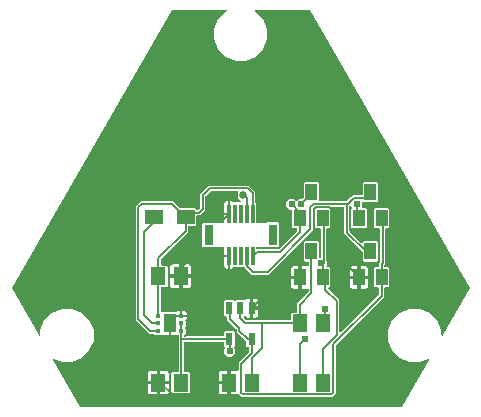
<source format=gbl>
G04 EAGLE Gerber RS-274X export*
G75*
%MOMM*%
%FSLAX34Y34*%
%LPD*%
%INBottom Copper*%
%IPPOS*%
%AMOC8*
5,1,8,0,0,1.08239X$1,22.5*%
G01*
%ADD10R,1.300000X1.500000*%
%ADD11R,1.000000X1.400000*%
%ADD12R,0.600000X1.100000*%
%ADD13R,0.300000X1.600000*%
%ADD14R,0.800000X1.800000*%
%ADD15R,1.500000X1.200000*%
%ADD16R,0.450000X0.300000*%
%ADD17R,1.000000X1.600000*%
%ADD18C,0.152400*%
%ADD19C,0.609600*%
%ADD20C,0.654800*%

G36*
X336067Y9250D02*
X336067Y9250D01*
X336134Y9251D01*
X336187Y9269D01*
X336243Y9279D01*
X336302Y9310D01*
X336366Y9333D01*
X336411Y9367D01*
X336460Y9394D01*
X336507Y9443D01*
X336560Y9484D01*
X336607Y9548D01*
X336630Y9572D01*
X336638Y9591D01*
X336659Y9619D01*
X359419Y49044D01*
X359462Y49157D01*
X359505Y49270D01*
X359505Y49272D01*
X359506Y49274D01*
X359510Y49393D01*
X359515Y49515D01*
X359515Y49517D01*
X359515Y49519D01*
X359480Y49636D01*
X359447Y49752D01*
X359446Y49753D01*
X359445Y49755D01*
X359375Y49855D01*
X359307Y49954D01*
X359305Y49955D01*
X359304Y49957D01*
X359206Y50029D01*
X359109Y50100D01*
X359107Y50101D01*
X359105Y50102D01*
X358990Y50139D01*
X358875Y50177D01*
X358873Y50177D01*
X358871Y50177D01*
X358750Y50175D01*
X358629Y50174D01*
X358627Y50174D01*
X358625Y50173D01*
X358618Y50171D01*
X358468Y50127D01*
X352027Y47459D01*
X343059Y47459D01*
X334775Y50891D01*
X328434Y57232D01*
X325002Y65516D01*
X325002Y74484D01*
X328434Y82768D01*
X334775Y89109D01*
X343059Y92541D01*
X352027Y92541D01*
X360311Y89109D01*
X366652Y82768D01*
X370084Y74484D01*
X370084Y70359D01*
X370091Y70311D01*
X370090Y70263D01*
X370111Y70190D01*
X370123Y70116D01*
X370146Y70073D01*
X370160Y70027D01*
X370203Y69965D01*
X370239Y69898D01*
X370273Y69865D01*
X370301Y69826D01*
X370362Y69781D01*
X370417Y69729D01*
X370460Y69709D01*
X370499Y69680D01*
X370571Y69657D01*
X370640Y69625D01*
X370688Y69620D01*
X370733Y69605D01*
X370809Y69607D01*
X370884Y69598D01*
X370931Y69608D01*
X370979Y69609D01*
X371051Y69634D01*
X371125Y69651D01*
X371166Y69675D01*
X371211Y69691D01*
X371271Y69738D01*
X371336Y69777D01*
X371367Y69813D01*
X371405Y69843D01*
X371481Y69946D01*
X371496Y69964D01*
X371498Y69970D01*
X371504Y69978D01*
X394389Y109619D01*
X394413Y109683D01*
X394446Y109742D01*
X394456Y109797D01*
X394476Y109850D01*
X394479Y109917D01*
X394491Y109983D01*
X394483Y110039D01*
X394485Y110095D01*
X394466Y110160D01*
X394457Y110227D01*
X394425Y110300D01*
X394415Y110331D01*
X394403Y110348D01*
X394389Y110381D01*
X258719Y345381D01*
X258676Y345433D01*
X258642Y345491D01*
X258599Y345527D01*
X258564Y345571D01*
X258506Y345607D01*
X258455Y345651D01*
X258403Y345672D01*
X258355Y345702D01*
X258290Y345717D01*
X258227Y345743D01*
X258148Y345752D01*
X258116Y345759D01*
X258095Y345757D01*
X258060Y345761D01*
X212925Y345761D01*
X212829Y345746D01*
X212732Y345736D01*
X212708Y345726D01*
X212682Y345722D01*
X212596Y345676D01*
X212507Y345636D01*
X212488Y345619D01*
X212465Y345606D01*
X212398Y345536D01*
X212326Y345470D01*
X212313Y345447D01*
X212295Y345428D01*
X212254Y345340D01*
X212207Y345254D01*
X212203Y345229D01*
X212192Y345205D01*
X212181Y345108D01*
X212164Y345012D01*
X212167Y344986D01*
X212165Y344961D01*
X212185Y344865D01*
X212199Y344769D01*
X212211Y344746D01*
X212217Y344720D01*
X212267Y344637D01*
X212311Y344550D01*
X212330Y344531D01*
X212343Y344509D01*
X212417Y344446D01*
X212486Y344378D01*
X212515Y344362D01*
X212530Y344349D01*
X212561Y344337D01*
X212633Y344297D01*
X213086Y344109D01*
X219427Y337768D01*
X222859Y329484D01*
X222859Y320516D01*
X219427Y312232D01*
X213086Y305891D01*
X204802Y302459D01*
X195834Y302459D01*
X187550Y305891D01*
X181209Y312232D01*
X177777Y320516D01*
X177777Y329484D01*
X181209Y337768D01*
X187550Y344109D01*
X188003Y344297D01*
X188086Y344348D01*
X188171Y344394D01*
X188189Y344412D01*
X188212Y344426D01*
X188274Y344502D01*
X188341Y344572D01*
X188352Y344596D01*
X188368Y344616D01*
X188403Y344707D01*
X188444Y344795D01*
X188447Y344821D01*
X188457Y344845D01*
X188461Y344943D01*
X188471Y345039D01*
X188466Y345065D01*
X188467Y345091D01*
X188440Y345185D01*
X188419Y345280D01*
X188406Y345302D01*
X188399Y345327D01*
X188343Y345407D01*
X188293Y345491D01*
X188273Y345508D01*
X188258Y345529D01*
X188180Y345588D01*
X188106Y345651D01*
X188082Y345661D01*
X188061Y345676D01*
X187968Y345706D01*
X187878Y345743D01*
X187846Y345746D01*
X187827Y345752D01*
X187794Y345752D01*
X187711Y345761D01*
X142580Y345761D01*
X142513Y345750D01*
X142446Y345749D01*
X142393Y345731D01*
X142337Y345722D01*
X142278Y345690D01*
X142214Y345667D01*
X142169Y345633D01*
X142120Y345606D01*
X142073Y345557D01*
X142020Y345516D01*
X141973Y345452D01*
X141951Y345428D01*
X141942Y345409D01*
X141921Y345381D01*
X6251Y110381D01*
X6227Y110317D01*
X6194Y110258D01*
X6184Y110203D01*
X6164Y110151D01*
X6161Y110083D01*
X6149Y110017D01*
X6157Y109961D01*
X6155Y109905D01*
X6174Y109840D01*
X6183Y109773D01*
X6215Y109700D01*
X6225Y109669D01*
X6237Y109652D01*
X6251Y109619D01*
X29133Y69990D01*
X29163Y69953D01*
X29186Y69910D01*
X29240Y69858D01*
X29289Y69800D01*
X29329Y69774D01*
X29364Y69741D01*
X29433Y69709D01*
X29497Y69669D01*
X29544Y69658D01*
X29587Y69637D01*
X29662Y69629D01*
X29736Y69611D01*
X29784Y69616D01*
X29831Y69610D01*
X29906Y69626D01*
X29981Y69633D01*
X30025Y69652D01*
X30072Y69663D01*
X30137Y69702D01*
X30206Y69732D01*
X30242Y69764D01*
X30283Y69789D01*
X30332Y69846D01*
X30388Y69897D01*
X30412Y69939D01*
X30443Y69976D01*
X30471Y70046D01*
X30508Y70112D01*
X30517Y70159D01*
X30535Y70204D01*
X30549Y70332D01*
X30553Y70354D01*
X30552Y70361D01*
X30553Y70371D01*
X30553Y74484D01*
X33985Y82768D01*
X40326Y89109D01*
X48610Y92541D01*
X57578Y92541D01*
X65862Y89109D01*
X72203Y82768D01*
X75635Y74484D01*
X75635Y65516D01*
X72203Y57232D01*
X65862Y50891D01*
X57578Y47459D01*
X48610Y47459D01*
X42181Y50123D01*
X42062Y50150D01*
X41945Y50178D01*
X41943Y50178D01*
X41941Y50179D01*
X41822Y50167D01*
X41700Y50157D01*
X41698Y50156D01*
X41696Y50156D01*
X41587Y50107D01*
X41475Y50058D01*
X41473Y50056D01*
X41472Y50056D01*
X41382Y49973D01*
X41293Y49892D01*
X41292Y49891D01*
X41290Y49889D01*
X41231Y49780D01*
X41173Y49678D01*
X41173Y49676D01*
X41172Y49674D01*
X41150Y49552D01*
X41128Y49436D01*
X41129Y49434D01*
X41128Y49432D01*
X41146Y49309D01*
X41163Y49192D01*
X41164Y49190D01*
X41164Y49188D01*
X41168Y49181D01*
X41230Y49039D01*
X63991Y9619D01*
X64034Y9567D01*
X64068Y9509D01*
X64111Y9473D01*
X64147Y9429D01*
X64204Y9393D01*
X64255Y9349D01*
X64307Y9328D01*
X64355Y9298D01*
X64421Y9283D01*
X64483Y9257D01*
X64562Y9248D01*
X64594Y9241D01*
X64615Y9243D01*
X64650Y9239D01*
X336000Y9239D01*
X336067Y9250D01*
G37*
%LPC*%
G36*
X142368Y20975D02*
X142368Y20975D01*
X141475Y21868D01*
X141475Y38132D01*
X142368Y39025D01*
X146952Y39025D01*
X146972Y39028D01*
X146991Y39026D01*
X147093Y39048D01*
X147195Y39064D01*
X147212Y39074D01*
X147232Y39078D01*
X147321Y39131D01*
X147412Y39180D01*
X147426Y39194D01*
X147443Y39204D01*
X147510Y39283D01*
X147582Y39358D01*
X147590Y39376D01*
X147603Y39391D01*
X147642Y39487D01*
X147685Y39581D01*
X147687Y39601D01*
X147695Y39619D01*
X147713Y39786D01*
X147713Y69714D01*
X147710Y69734D01*
X147712Y69753D01*
X147690Y69855D01*
X147674Y69957D01*
X147664Y69974D01*
X147660Y69994D01*
X147607Y70083D01*
X147558Y70174D01*
X147544Y70188D01*
X147534Y70205D01*
X147455Y70272D01*
X147380Y70344D01*
X147362Y70352D01*
X147347Y70365D01*
X147251Y70404D01*
X147157Y70447D01*
X147137Y70449D01*
X147119Y70457D01*
X146952Y70475D01*
X146868Y70475D01*
X146788Y70555D01*
X146772Y70567D01*
X146760Y70583D01*
X146673Y70639D01*
X146589Y70699D01*
X146570Y70705D01*
X146553Y70716D01*
X146452Y70741D01*
X146354Y70771D01*
X146334Y70771D01*
X146314Y70776D01*
X146211Y70768D01*
X146108Y70765D01*
X146089Y70758D01*
X146069Y70757D01*
X145974Y70716D01*
X145877Y70681D01*
X145861Y70668D01*
X145843Y70660D01*
X145712Y70555D01*
X145632Y70475D01*
X134368Y70475D01*
X134288Y70555D01*
X134272Y70567D01*
X134260Y70583D01*
X134172Y70639D01*
X134089Y70699D01*
X134070Y70705D01*
X134053Y70716D01*
X133952Y70741D01*
X133853Y70771D01*
X133833Y70771D01*
X133814Y70776D01*
X133711Y70768D01*
X133608Y70765D01*
X133589Y70758D01*
X133569Y70757D01*
X133474Y70716D01*
X133377Y70681D01*
X133361Y70668D01*
X133343Y70660D01*
X133212Y70555D01*
X133132Y70475D01*
X127368Y70475D01*
X126853Y70990D01*
X126779Y71043D01*
X126710Y71103D01*
X126680Y71115D01*
X126654Y71134D01*
X126567Y71161D01*
X126482Y71195D01*
X126441Y71199D01*
X126419Y71206D01*
X126386Y71205D01*
X126315Y71213D01*
X122553Y71213D01*
X111213Y82553D01*
X111213Y179447D01*
X113990Y182224D01*
X115553Y183787D01*
X142947Y183787D01*
X148986Y177748D01*
X149060Y177695D01*
X149130Y177635D01*
X149160Y177623D01*
X149186Y177604D01*
X149273Y177577D01*
X149358Y177543D01*
X149399Y177539D01*
X149421Y177532D01*
X149453Y177533D01*
X149525Y177525D01*
X161632Y177525D01*
X162555Y176602D01*
X162564Y176541D01*
X162574Y176524D01*
X162578Y176504D01*
X162631Y176415D01*
X162680Y176324D01*
X162694Y176310D01*
X162704Y176293D01*
X162783Y176226D01*
X162858Y176154D01*
X162876Y176146D01*
X162891Y176133D01*
X162987Y176094D01*
X163081Y176051D01*
X163101Y176049D01*
X163119Y176041D01*
X163286Y176023D01*
X163330Y176023D01*
X163420Y176037D01*
X163511Y176045D01*
X163540Y176057D01*
X163572Y176062D01*
X163653Y176105D01*
X163737Y176141D01*
X163769Y176167D01*
X163790Y176178D01*
X163812Y176201D01*
X163868Y176246D01*
X165490Y177868D01*
X165543Y177942D01*
X165603Y178012D01*
X165615Y178042D01*
X165634Y178068D01*
X165661Y178155D01*
X165695Y178240D01*
X165699Y178281D01*
X165706Y178303D01*
X165705Y178335D01*
X165713Y178407D01*
X165713Y189447D01*
X173053Y196787D01*
X206947Y196787D01*
X212607Y191127D01*
X212607Y182685D01*
X212621Y182595D01*
X212629Y182504D01*
X212641Y182474D01*
X212646Y182442D01*
X212689Y182361D01*
X212725Y182278D01*
X212751Y182245D01*
X212762Y182225D01*
X212785Y182203D01*
X212830Y182147D01*
X213345Y181632D01*
X213345Y165762D01*
X213348Y165742D01*
X213346Y165723D01*
X213368Y165621D01*
X213384Y165519D01*
X213394Y165502D01*
X213398Y165482D01*
X213451Y165393D01*
X213500Y165302D01*
X213514Y165288D01*
X213524Y165271D01*
X213603Y165204D01*
X213678Y165132D01*
X213696Y165124D01*
X213711Y165111D01*
X213807Y165072D01*
X213901Y165029D01*
X213921Y165027D01*
X213939Y165019D01*
X214106Y165001D01*
X221849Y165001D01*
X221939Y165015D01*
X222030Y165023D01*
X222060Y165035D01*
X222092Y165040D01*
X222172Y165083D01*
X222256Y165119D01*
X222289Y165145D01*
X222309Y165156D01*
X222331Y165179D01*
X222387Y165224D01*
X222688Y165525D01*
X231952Y165525D01*
X232845Y164632D01*
X232845Y145368D01*
X231952Y144475D01*
X222688Y144475D01*
X222387Y144776D01*
X222313Y144830D01*
X222244Y144889D01*
X222214Y144901D01*
X222188Y144920D01*
X222101Y144947D01*
X222016Y144981D01*
X221975Y144985D01*
X221953Y144992D01*
X221920Y144991D01*
X221849Y144999D01*
X214106Y144999D01*
X214086Y144996D01*
X214067Y144998D01*
X213965Y144976D01*
X213863Y144960D01*
X213846Y144950D01*
X213826Y144946D01*
X213737Y144893D01*
X213646Y144844D01*
X213632Y144830D01*
X213615Y144820D01*
X213548Y144741D01*
X213476Y144666D01*
X213468Y144648D01*
X213455Y144633D01*
X213416Y144537D01*
X213373Y144443D01*
X213371Y144423D01*
X213363Y144405D01*
X213345Y144238D01*
X213345Y143548D01*
X213348Y143528D01*
X213346Y143509D01*
X213368Y143407D01*
X213384Y143305D01*
X213394Y143288D01*
X213398Y143268D01*
X213451Y143179D01*
X213500Y143088D01*
X213514Y143074D01*
X213524Y143057D01*
X213603Y142990D01*
X213678Y142918D01*
X213696Y142910D01*
X213711Y142897D01*
X213807Y142858D01*
X213901Y142815D01*
X213921Y142813D01*
X213939Y142805D01*
X214106Y142787D01*
X232237Y142787D01*
X232328Y142801D01*
X232418Y142809D01*
X232448Y142821D01*
X232480Y142826D01*
X232561Y142869D01*
X232645Y142905D01*
X232677Y142931D01*
X232698Y142942D01*
X232720Y142965D01*
X232776Y143010D01*
X247990Y158224D01*
X248043Y158298D01*
X248103Y158368D01*
X248115Y158398D01*
X248134Y158424D01*
X248161Y158511D01*
X248195Y158596D01*
X248199Y158637D01*
X248206Y158659D01*
X248205Y158691D01*
X248213Y158763D01*
X248213Y159714D01*
X248210Y159734D01*
X248212Y159753D01*
X248190Y159855D01*
X248174Y159957D01*
X248164Y159974D01*
X248160Y159994D01*
X248107Y160083D01*
X248058Y160174D01*
X248044Y160188D01*
X248034Y160205D01*
X247955Y160272D01*
X247880Y160344D01*
X247862Y160352D01*
X247847Y160365D01*
X247751Y160404D01*
X247657Y160447D01*
X247637Y160449D01*
X247619Y160457D01*
X247452Y160475D01*
X244868Y160475D01*
X243975Y161368D01*
X243975Y175666D01*
X243972Y175686D01*
X243974Y175705D01*
X243952Y175807D01*
X243936Y175909D01*
X243926Y175926D01*
X243922Y175946D01*
X243869Y176035D01*
X243820Y176126D01*
X243806Y176140D01*
X243796Y176157D01*
X243717Y176224D01*
X243642Y176296D01*
X243624Y176304D01*
X243609Y176317D01*
X243513Y176356D01*
X243419Y176399D01*
X243399Y176401D01*
X243381Y176409D01*
X243214Y176427D01*
X241606Y176427D01*
X238927Y179106D01*
X238927Y182894D01*
X241606Y185573D01*
X245394Y185573D01*
X246962Y184005D01*
X246978Y183993D01*
X246990Y183978D01*
X247078Y183922D01*
X247161Y183862D01*
X247180Y183856D01*
X247197Y183845D01*
X247298Y183820D01*
X247397Y183789D01*
X247416Y183790D01*
X247436Y183785D01*
X247539Y183793D01*
X247642Y183796D01*
X247661Y183802D01*
X247681Y183804D01*
X247776Y183844D01*
X247873Y183880D01*
X247889Y183893D01*
X247907Y183900D01*
X248038Y184005D01*
X249606Y185573D01*
X252523Y185573D01*
X252613Y185587D01*
X252704Y185595D01*
X252734Y185607D01*
X252766Y185612D01*
X252847Y185655D01*
X252931Y185691D01*
X252963Y185717D01*
X252984Y185728D01*
X253006Y185751D01*
X253062Y185796D01*
X253252Y185986D01*
X253306Y186060D01*
X253365Y186130D01*
X253377Y186160D01*
X253396Y186186D01*
X253423Y186273D01*
X253457Y186358D01*
X253461Y186399D01*
X253468Y186421D01*
X253467Y186453D01*
X253475Y186524D01*
X253475Y198632D01*
X254368Y199525D01*
X265632Y199525D01*
X266525Y198632D01*
X266525Y184382D01*
X266528Y184362D01*
X266526Y184343D01*
X266548Y184241D01*
X266564Y184139D01*
X266574Y184122D01*
X266578Y184102D01*
X266631Y184013D01*
X266680Y183922D01*
X266694Y183908D01*
X266704Y183891D01*
X266783Y183824D01*
X266858Y183752D01*
X266876Y183744D01*
X266891Y183731D01*
X266987Y183692D01*
X267081Y183649D01*
X267101Y183647D01*
X267119Y183639D01*
X267286Y183621D01*
X277657Y183621D01*
X277768Y183510D01*
X277842Y183457D01*
X277911Y183397D01*
X277941Y183385D01*
X277967Y183366D01*
X278054Y183339D01*
X278139Y183305D01*
X278180Y183301D01*
X278202Y183294D01*
X278235Y183295D01*
X278306Y183287D01*
X289238Y183287D01*
X289328Y183301D01*
X289419Y183309D01*
X289448Y183321D01*
X289480Y183326D01*
X289561Y183369D01*
X289645Y183405D01*
X289677Y183431D01*
X289698Y183442D01*
X289720Y183465D01*
X289776Y183510D01*
X293490Y187224D01*
X295053Y188787D01*
X302714Y188787D01*
X302734Y188790D01*
X302753Y188788D01*
X302855Y188810D01*
X302957Y188826D01*
X302974Y188836D01*
X302994Y188840D01*
X303083Y188893D01*
X303174Y188942D01*
X303188Y188956D01*
X303205Y188966D01*
X303272Y189045D01*
X303344Y189120D01*
X303352Y189138D01*
X303365Y189153D01*
X303404Y189249D01*
X303447Y189343D01*
X303449Y189363D01*
X303457Y189381D01*
X303475Y189548D01*
X303475Y198632D01*
X304368Y199525D01*
X315632Y199525D01*
X316525Y198632D01*
X316525Y183368D01*
X315632Y182475D01*
X304367Y182475D01*
X304314Y182513D01*
X304262Y182563D01*
X304215Y182585D01*
X304173Y182615D01*
X304104Y182636D01*
X304039Y182666D01*
X303987Y182672D01*
X303938Y182687D01*
X303866Y182685D01*
X303795Y182693D01*
X303744Y182682D01*
X303692Y182681D01*
X303624Y182656D01*
X303554Y182641D01*
X303509Y182614D01*
X303461Y182597D01*
X303405Y182552D01*
X303343Y182515D01*
X303309Y182475D01*
X303269Y182443D01*
X303230Y182383D01*
X303183Y182328D01*
X303164Y182280D01*
X303136Y182236D01*
X303118Y182167D01*
X303091Y182100D01*
X303083Y182029D01*
X303075Y181997D01*
X303077Y181974D01*
X303073Y181933D01*
X303073Y179106D01*
X302791Y178824D01*
X302749Y178766D01*
X302700Y178714D01*
X302678Y178667D01*
X302648Y178625D01*
X302626Y178556D01*
X302596Y178491D01*
X302591Y178439D01*
X302575Y178389D01*
X302577Y178318D01*
X302569Y178247D01*
X302580Y178196D01*
X302582Y178144D01*
X302606Y178076D01*
X302621Y178006D01*
X302648Y177961D01*
X302666Y177913D01*
X302711Y177857D01*
X302748Y177795D01*
X302787Y177761D01*
X302820Y177721D01*
X302880Y177682D01*
X302934Y177635D01*
X302983Y177616D01*
X303027Y177588D01*
X303096Y177570D01*
X303163Y177543D01*
X303234Y177535D01*
X303265Y177527D01*
X303288Y177529D01*
X303329Y177525D01*
X306132Y177525D01*
X307025Y176632D01*
X307025Y161368D01*
X306132Y160475D01*
X294868Y160475D01*
X293975Y161368D01*
X293975Y176632D01*
X294650Y177306D01*
X294662Y177323D01*
X294677Y177335D01*
X294733Y177422D01*
X294794Y177506D01*
X294800Y177525D01*
X294810Y177542D01*
X294836Y177642D01*
X294866Y177741D01*
X294866Y177761D01*
X294870Y177781D01*
X294862Y177883D01*
X294860Y177987D01*
X294853Y178006D01*
X294851Y178026D01*
X294811Y178121D01*
X294775Y178218D01*
X294763Y178234D01*
X294755Y178252D01*
X294650Y178383D01*
X293927Y179106D01*
X293927Y179356D01*
X293916Y179426D01*
X293914Y179498D01*
X293896Y179547D01*
X293888Y179598D01*
X293854Y179662D01*
X293829Y179729D01*
X293797Y179770D01*
X293772Y179816D01*
X293721Y179865D01*
X293676Y179921D01*
X293632Y179949D01*
X293594Y179985D01*
X293529Y180015D01*
X293469Y180054D01*
X293418Y180067D01*
X293371Y180089D01*
X293300Y180097D01*
X293230Y180114D01*
X293178Y180110D01*
X293127Y180116D01*
X293056Y180101D01*
X292985Y180095D01*
X292937Y180075D01*
X292886Y180064D01*
X292825Y180027D01*
X292759Y179999D01*
X292703Y179954D01*
X292675Y179937D01*
X292660Y179920D01*
X292628Y179894D01*
X292510Y179776D01*
X292457Y179702D01*
X292397Y179632D01*
X292385Y179602D01*
X292366Y179576D01*
X292339Y179489D01*
X292305Y179404D01*
X292301Y179363D01*
X292294Y179341D01*
X292295Y179309D01*
X292287Y179238D01*
X292287Y158263D01*
X292301Y158172D01*
X292309Y158082D01*
X292321Y158052D01*
X292326Y158020D01*
X292369Y157939D01*
X292405Y157855D01*
X292431Y157823D01*
X292442Y157802D01*
X292465Y157780D01*
X292510Y157724D01*
X302176Y148058D01*
X302234Y148016D01*
X302286Y147967D01*
X302333Y147945D01*
X302375Y147915D01*
X302444Y147894D01*
X302509Y147863D01*
X302561Y147858D01*
X302611Y147842D01*
X302682Y147844D01*
X302753Y147836D01*
X302804Y147847D01*
X302856Y147849D01*
X302924Y147873D01*
X302994Y147888D01*
X303039Y147915D01*
X303087Y147933D01*
X303143Y147978D01*
X303205Y148015D01*
X303239Y148054D01*
X303279Y148087D01*
X303318Y148147D01*
X303365Y148202D01*
X303384Y148250D01*
X303412Y148294D01*
X303430Y148363D01*
X303457Y148430D01*
X303465Y148501D01*
X303473Y148532D01*
X303471Y148556D01*
X303475Y148596D01*
X303475Y148632D01*
X304368Y149525D01*
X315632Y149525D01*
X316525Y148632D01*
X316525Y133368D01*
X315632Y132475D01*
X304368Y132475D01*
X303475Y133368D01*
X303475Y139976D01*
X303461Y140066D01*
X303453Y140157D01*
X303441Y140186D01*
X303436Y140218D01*
X303393Y140299D01*
X303357Y140383D01*
X303331Y140415D01*
X303320Y140436D01*
X303297Y140458D01*
X303252Y140514D01*
X289276Y154490D01*
X287713Y156053D01*
X287713Y177952D01*
X287710Y177972D01*
X287712Y177991D01*
X287690Y178093D01*
X287674Y178195D01*
X287664Y178212D01*
X287660Y178232D01*
X287607Y178321D01*
X287558Y178412D01*
X287544Y178426D01*
X287534Y178443D01*
X287455Y178510D01*
X287380Y178582D01*
X287362Y178590D01*
X287347Y178603D01*
X287251Y178642D01*
X287157Y178685D01*
X287137Y178687D01*
X287119Y178695D01*
X286952Y178713D01*
X276096Y178713D01*
X275985Y178824D01*
X275911Y178877D01*
X275842Y178937D01*
X275812Y178949D01*
X275785Y178968D01*
X275699Y178995D01*
X275614Y179029D01*
X275573Y179033D01*
X275550Y179040D01*
X275518Y179039D01*
X275447Y179047D01*
X263553Y179047D01*
X263463Y179033D01*
X263372Y179025D01*
X263342Y179013D01*
X263310Y179008D01*
X263230Y178965D01*
X263146Y178929D01*
X263114Y178903D01*
X263093Y178892D01*
X263071Y178869D01*
X263015Y178824D01*
X261676Y177485D01*
X261623Y177411D01*
X261563Y177342D01*
X261551Y177312D01*
X261532Y177285D01*
X261505Y177199D01*
X261471Y177114D01*
X261467Y177073D01*
X261460Y177050D01*
X261461Y177018D01*
X261453Y176947D01*
X261453Y158762D01*
X223904Y121213D01*
X210053Y121213D01*
X208490Y122776D01*
X204014Y127252D01*
X203940Y127305D01*
X203870Y127365D01*
X203840Y127377D01*
X203814Y127396D01*
X203727Y127423D01*
X203642Y127457D01*
X203601Y127461D01*
X203579Y127468D01*
X203547Y127467D01*
X203476Y127475D01*
X203084Y127475D01*
X203022Y127491D01*
X202923Y127521D01*
X202903Y127521D01*
X202884Y127526D01*
X202781Y127518D01*
X202678Y127515D01*
X202659Y127508D01*
X202639Y127507D01*
X202565Y127475D01*
X198084Y127475D01*
X198022Y127491D01*
X197923Y127521D01*
X197903Y127521D01*
X197884Y127526D01*
X197781Y127518D01*
X197678Y127515D01*
X197659Y127508D01*
X197639Y127507D01*
X197565Y127475D01*
X194204Y127475D01*
X194114Y127461D01*
X194023Y127453D01*
X193993Y127441D01*
X193961Y127436D01*
X193880Y127393D01*
X193796Y127357D01*
X193764Y127331D01*
X193744Y127320D01*
X193721Y127297D01*
X193665Y127252D01*
X193380Y126967D01*
X192801Y126632D01*
X192154Y126459D01*
X191081Y126459D01*
X191081Y137000D01*
X191078Y137019D01*
X191080Y137039D01*
X191058Y137140D01*
X191042Y137242D01*
X191032Y137260D01*
X191028Y137279D01*
X190975Y137369D01*
X190927Y137460D01*
X190926Y137460D01*
X190912Y137474D01*
X190902Y137491D01*
X190901Y137491D01*
X190823Y137558D01*
X190748Y137630D01*
X190730Y137638D01*
X190715Y137651D01*
X190618Y137690D01*
X190525Y137733D01*
X190505Y137735D01*
X190486Y137743D01*
X190320Y137761D01*
X186279Y137761D01*
X186279Y144238D01*
X186276Y144258D01*
X186278Y144277D01*
X186256Y144379D01*
X186240Y144481D01*
X186230Y144498D01*
X186226Y144518D01*
X186173Y144607D01*
X186124Y144698D01*
X186110Y144712D01*
X186100Y144729D01*
X186021Y144796D01*
X185946Y144868D01*
X185928Y144876D01*
X185913Y144889D01*
X185817Y144928D01*
X185723Y144971D01*
X185703Y144973D01*
X185685Y144981D01*
X185518Y144999D01*
X178791Y144999D01*
X178701Y144985D01*
X178610Y144977D01*
X178580Y144965D01*
X178548Y144960D01*
X178468Y144917D01*
X178384Y144881D01*
X178351Y144855D01*
X178331Y144844D01*
X178309Y144821D01*
X178253Y144776D01*
X177952Y144475D01*
X168688Y144475D01*
X167795Y145368D01*
X167795Y164632D01*
X168688Y165525D01*
X177952Y165525D01*
X178253Y165224D01*
X178327Y165170D01*
X178396Y165111D01*
X178426Y165099D01*
X178452Y165080D01*
X178539Y165053D01*
X178624Y165019D01*
X178665Y165015D01*
X178687Y165008D01*
X178720Y165009D01*
X178791Y165001D01*
X185518Y165001D01*
X185538Y165004D01*
X185557Y165002D01*
X185659Y165024D01*
X185761Y165040D01*
X185778Y165050D01*
X185798Y165054D01*
X185887Y165107D01*
X185978Y165156D01*
X185992Y165170D01*
X186009Y165180D01*
X186076Y165259D01*
X186148Y165334D01*
X186156Y165352D01*
X186169Y165367D01*
X186208Y165463D01*
X186251Y165557D01*
X186253Y165577D01*
X186261Y165595D01*
X186279Y165762D01*
X186279Y172239D01*
X190320Y172239D01*
X190339Y172242D01*
X190359Y172240D01*
X190460Y172262D01*
X190562Y172278D01*
X190580Y172288D01*
X190599Y172292D01*
X190689Y172345D01*
X190780Y172393D01*
X190793Y172408D01*
X190811Y172418D01*
X190811Y172419D01*
X190878Y172497D01*
X190890Y172509D01*
X190950Y172572D01*
X190958Y172590D01*
X190971Y172605D01*
X191010Y172702D01*
X191053Y172795D01*
X191055Y172815D01*
X191063Y172834D01*
X191081Y173000D01*
X191081Y183541D01*
X192154Y183541D01*
X192801Y183368D01*
X193380Y183033D01*
X193665Y182748D01*
X193739Y182695D01*
X193809Y182635D01*
X193839Y182623D01*
X193865Y182604D01*
X193952Y182577D01*
X194037Y182543D01*
X194078Y182539D01*
X194100Y182532D01*
X194132Y182533D01*
X194204Y182525D01*
X197556Y182525D01*
X197618Y182509D01*
X197716Y182479D01*
X197736Y182479D01*
X197756Y182474D01*
X197859Y182482D01*
X197962Y182485D01*
X197981Y182492D01*
X198001Y182493D01*
X198074Y182525D01*
X199851Y182525D01*
X199922Y182536D01*
X199993Y182538D01*
X200042Y182556D01*
X200094Y182564D01*
X200157Y182598D01*
X200224Y182623D01*
X200265Y182655D01*
X200311Y182680D01*
X200361Y182732D01*
X200417Y182776D01*
X200445Y182820D01*
X200481Y182858D01*
X200511Y182923D01*
X200550Y182983D01*
X200562Y183034D01*
X200584Y183081D01*
X200592Y183152D01*
X200610Y183222D01*
X200606Y183274D01*
X200611Y183325D01*
X200596Y183396D01*
X200590Y183467D01*
X200570Y183515D01*
X200559Y183566D01*
X200522Y183627D01*
X200494Y183693D01*
X200449Y183749D01*
X200433Y183777D01*
X200415Y183792D01*
X200389Y183824D01*
X197701Y186512D01*
X197701Y190488D01*
X198127Y190914D01*
X198169Y190972D01*
X198219Y191024D01*
X198240Y191071D01*
X198271Y191113D01*
X198292Y191182D01*
X198322Y191247D01*
X198328Y191299D01*
X198343Y191349D01*
X198341Y191420D01*
X198349Y191491D01*
X198338Y191542D01*
X198337Y191594D01*
X198312Y191662D01*
X198297Y191732D01*
X198270Y191777D01*
X198252Y191825D01*
X198208Y191881D01*
X198171Y191943D01*
X198131Y191977D01*
X198099Y192017D01*
X198038Y192056D01*
X197984Y192103D01*
X197936Y192122D01*
X197892Y192150D01*
X197822Y192168D01*
X197756Y192195D01*
X197684Y192203D01*
X197653Y192211D01*
X197630Y192209D01*
X197589Y192213D01*
X175263Y192213D01*
X175172Y192199D01*
X175082Y192191D01*
X175052Y192179D01*
X175020Y192174D01*
X174939Y192131D01*
X174855Y192095D01*
X174823Y192069D01*
X174802Y192058D01*
X174780Y192035D01*
X174724Y191990D01*
X170510Y187776D01*
X170457Y187702D01*
X170397Y187632D01*
X170385Y187602D01*
X170366Y187576D01*
X170339Y187489D01*
X170305Y187404D01*
X170301Y187363D01*
X170294Y187341D01*
X170295Y187309D01*
X170287Y187237D01*
X170287Y176197D01*
X168724Y174634D01*
X167102Y173012D01*
X165539Y171449D01*
X163286Y171449D01*
X163266Y171446D01*
X163247Y171448D01*
X163145Y171426D01*
X163043Y171410D01*
X163026Y171400D01*
X163006Y171396D01*
X162917Y171343D01*
X162826Y171294D01*
X162812Y171280D01*
X162795Y171270D01*
X162728Y171191D01*
X162656Y171116D01*
X162648Y171098D01*
X162635Y171083D01*
X162596Y170987D01*
X162553Y170893D01*
X162551Y170873D01*
X162543Y170855D01*
X162525Y170688D01*
X162525Y163368D01*
X161632Y162475D01*
X156548Y162475D01*
X156528Y162472D01*
X156509Y162474D01*
X156407Y162452D01*
X156305Y162436D01*
X156288Y162426D01*
X156268Y162422D01*
X156179Y162369D01*
X156088Y162320D01*
X156074Y162306D01*
X156057Y162296D01*
X155990Y162217D01*
X155918Y162142D01*
X155910Y162124D01*
X155897Y162109D01*
X155858Y162013D01*
X155815Y161919D01*
X155813Y161899D01*
X155805Y161881D01*
X155787Y161714D01*
X155787Y157553D01*
X133010Y134776D01*
X132957Y134702D01*
X132897Y134632D01*
X132885Y134602D01*
X132866Y134576D01*
X132839Y134489D01*
X132805Y134404D01*
X132801Y134363D01*
X132794Y134341D01*
X132795Y134309D01*
X132787Y134237D01*
X132787Y129786D01*
X132790Y129766D01*
X132788Y129747D01*
X132810Y129645D01*
X132826Y129543D01*
X132836Y129526D01*
X132840Y129506D01*
X132893Y129417D01*
X132942Y129326D01*
X132956Y129312D01*
X132966Y129295D01*
X133045Y129228D01*
X133120Y129156D01*
X133138Y129148D01*
X133153Y129135D01*
X133249Y129096D01*
X133343Y129053D01*
X133363Y129051D01*
X133381Y129043D01*
X133548Y129025D01*
X137632Y129025D01*
X138525Y128132D01*
X138525Y111868D01*
X137632Y110975D01*
X133548Y110975D01*
X133528Y110972D01*
X133509Y110974D01*
X133407Y110952D01*
X133305Y110936D01*
X133288Y110926D01*
X133268Y110922D01*
X133179Y110869D01*
X133088Y110820D01*
X133074Y110806D01*
X133057Y110796D01*
X132990Y110717D01*
X132918Y110642D01*
X132910Y110624D01*
X132897Y110609D01*
X132858Y110513D01*
X132815Y110419D01*
X132813Y110399D01*
X132805Y110381D01*
X132787Y110214D01*
X132787Y90185D01*
X132801Y90095D01*
X132809Y90004D01*
X132821Y89974D01*
X132826Y89942D01*
X132869Y89862D01*
X132905Y89778D01*
X132931Y89745D01*
X132942Y89725D01*
X132965Y89703D01*
X133010Y89647D01*
X133212Y89445D01*
X133228Y89433D01*
X133240Y89417D01*
X133327Y89361D01*
X133411Y89301D01*
X133430Y89295D01*
X133447Y89284D01*
X133547Y89259D01*
X133646Y89229D01*
X133666Y89229D01*
X133686Y89224D01*
X133789Y89232D01*
X133892Y89235D01*
X133911Y89242D01*
X133931Y89243D01*
X134026Y89284D01*
X134123Y89319D01*
X134139Y89332D01*
X134157Y89340D01*
X134288Y89445D01*
X134368Y89525D01*
X145116Y89525D01*
X145206Y89539D01*
X145297Y89547D01*
X145327Y89559D01*
X145359Y89564D01*
X145440Y89607D01*
X145524Y89643D01*
X145556Y89669D01*
X145576Y89680D01*
X145599Y89703D01*
X145655Y89748D01*
X145940Y90033D01*
X146519Y90368D01*
X147166Y90541D01*
X148989Y90541D01*
X148989Y86500D01*
X148992Y86481D01*
X148990Y86461D01*
X149012Y86360D01*
X149028Y86258D01*
X149038Y86240D01*
X149042Y86221D01*
X149095Y86131D01*
X149143Y86040D01*
X149144Y86040D01*
X149158Y86026D01*
X149168Y86009D01*
X149169Y86009D01*
X149247Y85942D01*
X149322Y85870D01*
X149340Y85862D01*
X149355Y85849D01*
X149452Y85810D01*
X149545Y85767D01*
X149565Y85765D01*
X149584Y85757D01*
X149750Y85739D01*
X154541Y85739D01*
X154541Y84666D01*
X154368Y84019D01*
X154033Y83440D01*
X153663Y83070D01*
X153651Y83054D01*
X153636Y83041D01*
X153580Y82954D01*
X153519Y82870D01*
X153514Y82851D01*
X153503Y82834D01*
X153477Y82734D01*
X153447Y82635D01*
X153448Y82615D01*
X153443Y82596D01*
X153451Y82493D01*
X153453Y82389D01*
X153460Y82370D01*
X153462Y82350D01*
X153502Y82255D01*
X153525Y82194D01*
X153525Y77868D01*
X152945Y77288D01*
X152933Y77272D01*
X152917Y77260D01*
X152861Y77172D01*
X152801Y77089D01*
X152795Y77070D01*
X152784Y77053D01*
X152759Y76952D01*
X152729Y76853D01*
X152729Y76834D01*
X152724Y76814D01*
X152732Y76711D01*
X152735Y76608D01*
X152742Y76589D01*
X152743Y76569D01*
X152784Y76474D01*
X152819Y76377D01*
X152832Y76361D01*
X152840Y76343D01*
X152945Y76212D01*
X153525Y75632D01*
X153525Y71368D01*
X152510Y70353D01*
X152457Y70279D01*
X152397Y70210D01*
X152385Y70180D01*
X152366Y70154D01*
X152339Y70067D01*
X152305Y69982D01*
X152301Y69941D01*
X152294Y69919D01*
X152295Y69886D01*
X152287Y69815D01*
X152287Y69548D01*
X152290Y69528D01*
X152288Y69509D01*
X152310Y69407D01*
X152326Y69305D01*
X152336Y69288D01*
X152340Y69268D01*
X152393Y69179D01*
X152442Y69088D01*
X152456Y69074D01*
X152466Y69057D01*
X152545Y68990D01*
X152620Y68918D01*
X152638Y68910D01*
X152653Y68897D01*
X152749Y68858D01*
X152843Y68815D01*
X152863Y68813D01*
X152881Y68805D01*
X153048Y68787D01*
X153238Y68787D01*
X153328Y68801D01*
X153419Y68809D01*
X153448Y68821D01*
X153480Y68826D01*
X153561Y68869D01*
X153645Y68905D01*
X153677Y68931D01*
X153698Y68942D01*
X153720Y68965D01*
X153776Y69010D01*
X154053Y69287D01*
X185214Y69287D01*
X185234Y69290D01*
X185253Y69288D01*
X185355Y69310D01*
X185457Y69326D01*
X185474Y69336D01*
X185494Y69340D01*
X185583Y69393D01*
X185674Y69442D01*
X185688Y69456D01*
X185705Y69466D01*
X185772Y69545D01*
X185844Y69620D01*
X185852Y69638D01*
X185865Y69653D01*
X185904Y69749D01*
X185947Y69843D01*
X185949Y69863D01*
X185957Y69881D01*
X185975Y70048D01*
X185975Y73132D01*
X186868Y74025D01*
X194132Y74025D01*
X195025Y73132D01*
X195025Y60868D01*
X194600Y60444D01*
X194588Y60427D01*
X194573Y60415D01*
X194517Y60328D01*
X194456Y60244D01*
X194450Y60225D01*
X194440Y60208D01*
X194414Y60108D01*
X194384Y60009D01*
X194384Y59989D01*
X194380Y59969D01*
X194388Y59867D01*
X194390Y59763D01*
X194397Y59744D01*
X194399Y59724D01*
X194439Y59629D01*
X194475Y59532D01*
X194487Y59516D01*
X194495Y59498D01*
X194600Y59367D01*
X195573Y58394D01*
X195573Y54606D01*
X192894Y51927D01*
X189106Y51927D01*
X186427Y54606D01*
X186427Y58394D01*
X186900Y58867D01*
X186912Y58883D01*
X186927Y58896D01*
X186983Y58983D01*
X187044Y59067D01*
X187050Y59086D01*
X187060Y59103D01*
X187086Y59203D01*
X187116Y59302D01*
X187116Y59322D01*
X187120Y59341D01*
X187112Y59444D01*
X187110Y59548D01*
X187103Y59566D01*
X187101Y59586D01*
X187061Y59681D01*
X187025Y59779D01*
X187013Y59794D01*
X187005Y59813D01*
X186900Y59944D01*
X185975Y60868D01*
X185975Y63952D01*
X185972Y63972D01*
X185974Y63991D01*
X185952Y64093D01*
X185936Y64195D01*
X185926Y64212D01*
X185922Y64232D01*
X185869Y64321D01*
X185820Y64412D01*
X185806Y64426D01*
X185796Y64443D01*
X185717Y64510D01*
X185642Y64582D01*
X185624Y64590D01*
X185609Y64603D01*
X185513Y64642D01*
X185419Y64685D01*
X185399Y64687D01*
X185381Y64695D01*
X185214Y64713D01*
X156263Y64713D01*
X156172Y64699D01*
X156082Y64691D01*
X156052Y64679D01*
X156020Y64674D01*
X155939Y64631D01*
X155855Y64595D01*
X155823Y64569D01*
X155802Y64558D01*
X155780Y64535D01*
X155724Y64490D01*
X155447Y64213D01*
X153048Y64213D01*
X153028Y64210D01*
X153009Y64212D01*
X152907Y64190D01*
X152805Y64174D01*
X152788Y64164D01*
X152768Y64160D01*
X152679Y64107D01*
X152588Y64058D01*
X152574Y64044D01*
X152557Y64034D01*
X152490Y63955D01*
X152418Y63880D01*
X152410Y63862D01*
X152397Y63847D01*
X152358Y63751D01*
X152315Y63657D01*
X152313Y63637D01*
X152305Y63619D01*
X152287Y63452D01*
X152287Y39786D01*
X152290Y39766D01*
X152288Y39747D01*
X152310Y39645D01*
X152326Y39543D01*
X152336Y39526D01*
X152340Y39506D01*
X152393Y39417D01*
X152442Y39326D01*
X152456Y39312D01*
X152466Y39295D01*
X152545Y39228D01*
X152620Y39156D01*
X152638Y39148D01*
X152653Y39135D01*
X152749Y39096D01*
X152843Y39053D01*
X152863Y39051D01*
X152881Y39043D01*
X153048Y39025D01*
X156632Y39025D01*
X157525Y38132D01*
X157525Y21868D01*
X156632Y20975D01*
X142368Y20975D01*
G37*
%LPD*%
%LPC*%
G36*
X201106Y17927D02*
X201106Y17927D01*
X198977Y20056D01*
X198941Y20082D01*
X198912Y20114D01*
X198842Y20153D01*
X198777Y20200D01*
X198735Y20213D01*
X198697Y20234D01*
X198619Y20249D01*
X198542Y20272D01*
X198498Y20271D01*
X198455Y20279D01*
X198376Y20268D01*
X198296Y20266D01*
X198255Y20251D01*
X198212Y20244D01*
X198079Y20186D01*
X198065Y20181D01*
X198063Y20179D01*
X198058Y20177D01*
X197981Y20132D01*
X197334Y19959D01*
X192023Y19959D01*
X192023Y29238D01*
X192020Y29258D01*
X192022Y29277D01*
X192000Y29379D01*
X191983Y29481D01*
X191974Y29498D01*
X191970Y29518D01*
X191917Y29607D01*
X191868Y29698D01*
X191854Y29712D01*
X191844Y29729D01*
X191765Y29796D01*
X191690Y29867D01*
X191672Y29876D01*
X191657Y29889D01*
X191561Y29928D01*
X191467Y29971D01*
X191447Y29973D01*
X191429Y29981D01*
X191262Y29999D01*
X190499Y29999D01*
X190499Y30001D01*
X191262Y30001D01*
X191282Y30004D01*
X191301Y30002D01*
X191403Y30024D01*
X191505Y30041D01*
X191522Y30050D01*
X191542Y30054D01*
X191631Y30107D01*
X191722Y30156D01*
X191736Y30170D01*
X191753Y30180D01*
X191820Y30259D01*
X191891Y30334D01*
X191900Y30352D01*
X191913Y30367D01*
X191952Y30463D01*
X191995Y30557D01*
X191997Y30577D01*
X192005Y30595D01*
X192023Y30762D01*
X192023Y40041D01*
X197334Y40041D01*
X197469Y40005D01*
X197587Y39993D01*
X197705Y39980D01*
X197710Y39981D01*
X197714Y39980D01*
X197829Y40007D01*
X197946Y40032D01*
X197949Y40034D01*
X197953Y40035D01*
X198055Y40097D01*
X198157Y40158D01*
X198160Y40161D01*
X198163Y40164D01*
X198239Y40255D01*
X198317Y40345D01*
X198318Y40349D01*
X198321Y40352D01*
X198364Y40462D01*
X198409Y40573D01*
X198409Y40578D01*
X198411Y40581D01*
X198411Y40595D01*
X198427Y40740D01*
X198427Y46972D01*
X199990Y48534D01*
X206990Y55535D01*
X207043Y55609D01*
X207103Y55678D01*
X207115Y55708D01*
X207134Y55735D01*
X207161Y55821D01*
X207195Y55906D01*
X207199Y55947D01*
X207206Y55970D01*
X207205Y56002D01*
X207213Y56073D01*
X207213Y59214D01*
X207210Y59234D01*
X207212Y59253D01*
X207190Y59355D01*
X207174Y59457D01*
X207164Y59474D01*
X207160Y59494D01*
X207107Y59583D01*
X207058Y59674D01*
X207044Y59688D01*
X207034Y59705D01*
X206955Y59772D01*
X206880Y59844D01*
X206862Y59852D01*
X206847Y59865D01*
X206751Y59904D01*
X206657Y59947D01*
X206637Y59949D01*
X206619Y59957D01*
X206452Y59975D01*
X205868Y59975D01*
X204975Y60868D01*
X204975Y64475D01*
X204961Y64566D01*
X204953Y64656D01*
X204941Y64686D01*
X204936Y64718D01*
X204893Y64799D01*
X204857Y64883D01*
X204831Y64915D01*
X204820Y64936D01*
X204797Y64958D01*
X204752Y65014D01*
X196713Y73053D01*
X196713Y74737D01*
X196712Y74745D01*
X196712Y74746D01*
X196711Y74752D01*
X196699Y74828D01*
X196691Y74918D01*
X196679Y74948D01*
X196674Y74980D01*
X196631Y75061D01*
X196595Y75145D01*
X196569Y75177D01*
X196558Y75198D01*
X196535Y75220D01*
X196490Y75276D01*
X188713Y83053D01*
X188713Y85214D01*
X188710Y85234D01*
X188712Y85253D01*
X188690Y85355D01*
X188674Y85457D01*
X188664Y85474D01*
X188660Y85494D01*
X188607Y85583D01*
X188558Y85674D01*
X188544Y85688D01*
X188534Y85705D01*
X188455Y85772D01*
X188380Y85844D01*
X188362Y85852D01*
X188347Y85865D01*
X188251Y85904D01*
X188157Y85947D01*
X188137Y85949D01*
X188119Y85957D01*
X187952Y85975D01*
X186868Y85975D01*
X185975Y86868D01*
X185975Y99132D01*
X186868Y100025D01*
X194132Y100025D01*
X194712Y99445D01*
X194728Y99433D01*
X194740Y99417D01*
X194828Y99361D01*
X194911Y99301D01*
X194930Y99295D01*
X194947Y99284D01*
X195048Y99259D01*
X195147Y99229D01*
X195166Y99229D01*
X195186Y99224D01*
X195289Y99232D01*
X195392Y99235D01*
X195411Y99242D01*
X195431Y99243D01*
X195526Y99284D01*
X195623Y99319D01*
X195639Y99332D01*
X195657Y99340D01*
X195788Y99445D01*
X196368Y100025D01*
X203686Y100025D01*
X203693Y100020D01*
X203712Y100014D01*
X203729Y100003D01*
X203829Y99977D01*
X203928Y99947D01*
X203948Y99948D01*
X203967Y99943D01*
X204070Y99951D01*
X204174Y99953D01*
X204193Y99960D01*
X204213Y99962D01*
X204308Y100002D01*
X204405Y100038D01*
X204421Y100050D01*
X204439Y100058D01*
X204570Y100163D01*
X204940Y100533D01*
X205519Y100868D01*
X206166Y101041D01*
X208001Y101041D01*
X208001Y93738D01*
X208004Y93719D01*
X208002Y93699D01*
X208024Y93597D01*
X208040Y93495D01*
X208050Y93478D01*
X208054Y93458D01*
X208107Y93369D01*
X208156Y93278D01*
X208170Y93264D01*
X208180Y93247D01*
X208259Y93180D01*
X208334Y93109D01*
X208352Y93100D01*
X208367Y93087D01*
X208463Y93049D01*
X208557Y93005D01*
X208577Y93003D01*
X208595Y92996D01*
X208519Y92983D01*
X208502Y92974D01*
X208482Y92970D01*
X208393Y92917D01*
X208302Y92868D01*
X208288Y92854D01*
X208271Y92844D01*
X208204Y92765D01*
X208132Y92690D01*
X208124Y92672D01*
X208111Y92657D01*
X208072Y92560D01*
X208029Y92467D01*
X208027Y92447D01*
X208019Y92429D01*
X208001Y92262D01*
X208001Y84959D01*
X206166Y84959D01*
X205519Y85132D01*
X204940Y85467D01*
X204570Y85837D01*
X204554Y85849D01*
X204541Y85864D01*
X204454Y85920D01*
X204370Y85981D01*
X204351Y85986D01*
X204334Y85997D01*
X204234Y86023D01*
X204135Y86053D01*
X204115Y86052D01*
X204096Y86057D01*
X203993Y86049D01*
X203889Y86047D01*
X203870Y86040D01*
X203850Y86038D01*
X203755Y85998D01*
X203694Y85975D01*
X203596Y85975D01*
X203526Y85964D01*
X203454Y85962D01*
X203405Y85944D01*
X203354Y85936D01*
X203290Y85902D01*
X203223Y85877D01*
X203182Y85845D01*
X203136Y85820D01*
X203087Y85768D01*
X203031Y85724D01*
X203003Y85680D01*
X202967Y85642D01*
X202937Y85577D01*
X202898Y85517D01*
X202885Y85466D01*
X202863Y85419D01*
X202855Y85348D01*
X202838Y85278D01*
X202842Y85226D01*
X202836Y85175D01*
X202851Y85104D01*
X202857Y85033D01*
X202877Y84985D01*
X202888Y84934D01*
X202925Y84873D01*
X202953Y84807D01*
X202998Y84751D01*
X203015Y84723D01*
X203032Y84708D01*
X203058Y84676D01*
X204724Y83010D01*
X204798Y82957D01*
X204868Y82897D01*
X204898Y82885D01*
X204924Y82866D01*
X205011Y82839D01*
X205096Y82805D01*
X205137Y82801D01*
X205159Y82794D01*
X205191Y82795D01*
X205263Y82787D01*
X241714Y82787D01*
X241734Y82790D01*
X241753Y82788D01*
X241855Y82810D01*
X241957Y82826D01*
X241974Y82836D01*
X241994Y82840D01*
X242083Y82893D01*
X242174Y82942D01*
X242188Y82956D01*
X242205Y82966D01*
X242272Y83045D01*
X242344Y83120D01*
X242352Y83138D01*
X242365Y83153D01*
X242404Y83249D01*
X242447Y83343D01*
X242449Y83363D01*
X242457Y83381D01*
X242475Y83548D01*
X242475Y88132D01*
X243368Y89025D01*
X247452Y89025D01*
X247472Y89028D01*
X247491Y89026D01*
X247593Y89048D01*
X247695Y89064D01*
X247712Y89074D01*
X247732Y89078D01*
X247821Y89131D01*
X247912Y89180D01*
X247926Y89194D01*
X247943Y89204D01*
X248010Y89283D01*
X248082Y89358D01*
X248090Y89376D01*
X248103Y89391D01*
X248142Y89487D01*
X248185Y89581D01*
X248187Y89601D01*
X248195Y89619D01*
X248213Y89786D01*
X248213Y96947D01*
X257490Y106224D01*
X257543Y106298D01*
X257603Y106368D01*
X257615Y106398D01*
X257634Y106424D01*
X257661Y106511D01*
X257695Y106596D01*
X257699Y106637D01*
X257706Y106659D01*
X257705Y106691D01*
X257713Y106763D01*
X257713Y109026D01*
X257698Y109120D01*
X257689Y109215D01*
X257678Y109241D01*
X257674Y109268D01*
X257629Y109352D01*
X257591Y109440D01*
X257572Y109461D01*
X257558Y109486D01*
X257489Y109551D01*
X257425Y109622D01*
X257401Y109636D01*
X257380Y109655D01*
X257294Y109695D01*
X257210Y109742D01*
X257183Y109747D01*
X257157Y109759D01*
X257062Y109769D01*
X256968Y109787D01*
X256941Y109783D01*
X256913Y109786D01*
X256819Y109765D01*
X256725Y109752D01*
X256693Y109738D01*
X256672Y109734D01*
X256644Y109717D01*
X256571Y109685D01*
X256481Y109632D01*
X255834Y109459D01*
X252023Y109459D01*
X252023Y118238D01*
X252020Y118258D01*
X252022Y118277D01*
X252000Y118379D01*
X251983Y118481D01*
X251974Y118498D01*
X251970Y118518D01*
X251917Y118607D01*
X251868Y118698D01*
X251854Y118712D01*
X251844Y118729D01*
X251765Y118796D01*
X251690Y118867D01*
X251672Y118876D01*
X251657Y118889D01*
X251561Y118928D01*
X251467Y118971D01*
X251447Y118973D01*
X251429Y118981D01*
X251262Y118999D01*
X250499Y118999D01*
X250499Y119001D01*
X251262Y119001D01*
X251282Y119004D01*
X251301Y119002D01*
X251403Y119024D01*
X251505Y119041D01*
X251522Y119050D01*
X251542Y119054D01*
X251631Y119107D01*
X251722Y119156D01*
X251736Y119170D01*
X251753Y119180D01*
X251820Y119259D01*
X251891Y119334D01*
X251900Y119352D01*
X251913Y119367D01*
X251952Y119463D01*
X251995Y119557D01*
X251997Y119577D01*
X252005Y119595D01*
X252023Y119762D01*
X252023Y128541D01*
X255834Y128541D01*
X256481Y128368D01*
X256571Y128315D01*
X256661Y128282D01*
X256747Y128241D01*
X256775Y128238D01*
X256801Y128228D01*
X256897Y128225D01*
X256991Y128214D01*
X257019Y128220D01*
X257047Y128219D01*
X257139Y128246D01*
X257232Y128266D01*
X257256Y128281D01*
X257283Y128289D01*
X257361Y128344D01*
X257443Y128393D01*
X257461Y128414D01*
X257484Y128430D01*
X257541Y128507D01*
X257603Y128580D01*
X257613Y128606D01*
X257630Y128628D01*
X257659Y128719D01*
X257695Y128808D01*
X257699Y128843D01*
X257705Y128863D01*
X257705Y128896D01*
X257713Y128974D01*
X257713Y131714D01*
X257710Y131734D01*
X257712Y131753D01*
X257690Y131855D01*
X257674Y131957D01*
X257664Y131974D01*
X257660Y131994D01*
X257607Y132083D01*
X257558Y132174D01*
X257544Y132188D01*
X257534Y132205D01*
X257455Y132272D01*
X257380Y132344D01*
X257362Y132352D01*
X257347Y132365D01*
X257251Y132404D01*
X257157Y132447D01*
X257137Y132449D01*
X257119Y132457D01*
X256952Y132475D01*
X254368Y132475D01*
X253475Y133368D01*
X253475Y148632D01*
X254368Y149525D01*
X265632Y149525D01*
X266525Y148632D01*
X266525Y136334D01*
X266528Y136314D01*
X266526Y136295D01*
X266548Y136193D01*
X266564Y136091D01*
X266574Y136074D01*
X266578Y136054D01*
X266631Y135965D01*
X266680Y135874D01*
X266694Y135860D01*
X266704Y135843D01*
X266783Y135776D01*
X266858Y135704D01*
X266876Y135696D01*
X266891Y135683D01*
X266987Y135644D01*
X267081Y135601D01*
X267101Y135599D01*
X267119Y135591D01*
X267286Y135573D01*
X267452Y135573D01*
X267472Y135576D01*
X267491Y135574D01*
X267593Y135596D01*
X267695Y135612D01*
X267712Y135622D01*
X267732Y135626D01*
X267821Y135679D01*
X267912Y135728D01*
X267926Y135742D01*
X267943Y135752D01*
X268010Y135831D01*
X268082Y135906D01*
X268090Y135924D01*
X268103Y135939D01*
X268142Y136035D01*
X268185Y136129D01*
X268187Y136149D01*
X268195Y136167D01*
X268213Y136334D01*
X268213Y159714D01*
X268210Y159734D01*
X268212Y159753D01*
X268190Y159855D01*
X268174Y159957D01*
X268164Y159974D01*
X268160Y159994D01*
X268107Y160083D01*
X268058Y160174D01*
X268044Y160188D01*
X268034Y160205D01*
X267955Y160272D01*
X267880Y160344D01*
X267862Y160352D01*
X267847Y160365D01*
X267751Y160404D01*
X267657Y160447D01*
X267637Y160449D01*
X267619Y160457D01*
X267452Y160475D01*
X263868Y160475D01*
X262975Y161368D01*
X262975Y176632D01*
X263868Y177525D01*
X275132Y177525D01*
X276025Y176632D01*
X276025Y161368D01*
X275132Y160475D01*
X273548Y160475D01*
X273528Y160472D01*
X273509Y160474D01*
X273407Y160452D01*
X273305Y160436D01*
X273288Y160426D01*
X273268Y160422D01*
X273179Y160369D01*
X273088Y160320D01*
X273074Y160306D01*
X273057Y160296D01*
X272990Y160217D01*
X272918Y160142D01*
X272910Y160124D01*
X272897Y160109D01*
X272858Y160013D01*
X272815Y159919D01*
X272813Y159899D01*
X272805Y159881D01*
X272787Y159714D01*
X272787Y133495D01*
X272801Y133405D01*
X272809Y133314D01*
X272821Y133285D01*
X272826Y133253D01*
X272869Y133172D01*
X272905Y133088D01*
X272931Y133056D01*
X272942Y133035D01*
X272965Y133013D01*
X273010Y132957D01*
X273073Y132894D01*
X273073Y129106D01*
X272791Y128824D01*
X272749Y128766D01*
X272700Y128714D01*
X272678Y128667D01*
X272648Y128625D01*
X272626Y128556D01*
X272596Y128491D01*
X272591Y128439D01*
X272575Y128389D01*
X272577Y128318D01*
X272569Y128247D01*
X272580Y128196D01*
X272582Y128144D01*
X272606Y128076D01*
X272621Y128006D01*
X272648Y127961D01*
X272666Y127913D01*
X272711Y127857D01*
X272748Y127795D01*
X272787Y127761D01*
X272820Y127721D01*
X272880Y127682D01*
X272934Y127635D01*
X272983Y127616D01*
X273027Y127588D01*
X273096Y127570D01*
X273163Y127543D01*
X273234Y127535D01*
X273265Y127527D01*
X273288Y127529D01*
X273329Y127525D01*
X275132Y127525D01*
X276025Y126632D01*
X276025Y111368D01*
X275132Y110475D01*
X275096Y110475D01*
X275026Y110464D01*
X274954Y110462D01*
X274905Y110444D01*
X274854Y110436D01*
X274790Y110402D01*
X274723Y110377D01*
X274682Y110345D01*
X274636Y110320D01*
X274587Y110269D01*
X274531Y110224D01*
X274503Y110180D01*
X274467Y110142D01*
X274437Y110077D01*
X274398Y110017D01*
X274385Y109966D01*
X274363Y109919D01*
X274355Y109848D01*
X274338Y109778D01*
X274342Y109726D01*
X274336Y109675D01*
X274351Y109604D01*
X274357Y109533D01*
X274377Y109485D01*
X274388Y109434D01*
X274425Y109373D01*
X274453Y109307D01*
X274498Y109251D01*
X274515Y109223D01*
X274532Y109208D01*
X274558Y109176D01*
X282224Y101510D01*
X283787Y99947D01*
X283787Y73048D01*
X283798Y72977D01*
X283800Y72905D01*
X283818Y72856D01*
X283826Y72805D01*
X283860Y72742D01*
X283885Y72674D01*
X283917Y72634D01*
X283942Y72588D01*
X283994Y72538D01*
X284038Y72482D01*
X284082Y72454D01*
X284120Y72418D01*
X284185Y72388D01*
X284245Y72349D01*
X284296Y72337D01*
X284343Y72315D01*
X284414Y72307D01*
X284484Y72289D01*
X284536Y72293D01*
X284587Y72288D01*
X284658Y72303D01*
X284729Y72308D01*
X284777Y72329D01*
X284828Y72340D01*
X284889Y72377D01*
X284955Y72405D01*
X285011Y72450D01*
X285039Y72466D01*
X285054Y72484D01*
X285086Y72510D01*
X316990Y104414D01*
X317043Y104488D01*
X317103Y104557D01*
X317115Y104587D01*
X317134Y104613D01*
X317161Y104700D01*
X317195Y104785D01*
X317199Y104826D01*
X317206Y104848D01*
X317205Y104881D01*
X317213Y104952D01*
X317213Y109714D01*
X317210Y109734D01*
X317212Y109753D01*
X317190Y109855D01*
X317174Y109957D01*
X317164Y109974D01*
X317160Y109994D01*
X317107Y110083D01*
X317058Y110174D01*
X317044Y110188D01*
X317034Y110205D01*
X316955Y110272D01*
X316880Y110344D01*
X316862Y110352D01*
X316847Y110365D01*
X316751Y110404D01*
X316657Y110447D01*
X316637Y110449D01*
X316619Y110457D01*
X316452Y110475D01*
X313868Y110475D01*
X312975Y111368D01*
X312975Y126632D01*
X313868Y127525D01*
X316452Y127525D01*
X316472Y127528D01*
X316491Y127526D01*
X316593Y127548D01*
X316695Y127564D01*
X316712Y127574D01*
X316732Y127578D01*
X316821Y127631D01*
X316912Y127680D01*
X316926Y127694D01*
X316943Y127704D01*
X317010Y127783D01*
X317082Y127858D01*
X317090Y127876D01*
X317103Y127891D01*
X317142Y127987D01*
X317185Y128081D01*
X317187Y128101D01*
X317195Y128119D01*
X317213Y128286D01*
X317213Y131447D01*
X317990Y132224D01*
X318043Y132298D01*
X318103Y132368D01*
X318115Y132398D01*
X318134Y132424D01*
X318161Y132511D01*
X318195Y132596D01*
X318199Y132637D01*
X318206Y132659D01*
X318205Y132691D01*
X318213Y132763D01*
X318213Y159714D01*
X318210Y159734D01*
X318212Y159753D01*
X318190Y159855D01*
X318174Y159957D01*
X318164Y159974D01*
X318160Y159994D01*
X318107Y160083D01*
X318058Y160174D01*
X318044Y160188D01*
X318034Y160205D01*
X317955Y160272D01*
X317880Y160344D01*
X317862Y160352D01*
X317847Y160365D01*
X317751Y160404D01*
X317657Y160447D01*
X317637Y160449D01*
X317619Y160457D01*
X317452Y160475D01*
X313868Y160475D01*
X312975Y161368D01*
X312975Y176632D01*
X313868Y177525D01*
X325132Y177525D01*
X326025Y176632D01*
X326025Y161368D01*
X325132Y160475D01*
X323548Y160475D01*
X323528Y160472D01*
X323509Y160474D01*
X323407Y160452D01*
X323305Y160436D01*
X323288Y160426D01*
X323268Y160422D01*
X323179Y160369D01*
X323088Y160320D01*
X323074Y160306D01*
X323057Y160296D01*
X322990Y160217D01*
X322918Y160142D01*
X322910Y160124D01*
X322897Y160109D01*
X322858Y160013D01*
X322815Y159919D01*
X322813Y159899D01*
X322805Y159881D01*
X322787Y159714D01*
X322787Y130553D01*
X322010Y129776D01*
X321957Y129702D01*
X321897Y129632D01*
X321885Y129602D01*
X321866Y129576D01*
X321839Y129489D01*
X321805Y129404D01*
X321801Y129363D01*
X321794Y129341D01*
X321795Y129309D01*
X321787Y129237D01*
X321787Y128286D01*
X321790Y128266D01*
X321788Y128247D01*
X321810Y128145D01*
X321826Y128043D01*
X321836Y128026D01*
X321840Y128006D01*
X321893Y127917D01*
X321942Y127826D01*
X321956Y127812D01*
X321966Y127795D01*
X322045Y127728D01*
X322120Y127656D01*
X322138Y127648D01*
X322153Y127635D01*
X322249Y127596D01*
X322343Y127553D01*
X322363Y127551D01*
X322381Y127543D01*
X322548Y127525D01*
X325132Y127525D01*
X326025Y126632D01*
X326025Y111368D01*
X325132Y110475D01*
X322548Y110475D01*
X322528Y110472D01*
X322509Y110474D01*
X322407Y110452D01*
X322305Y110436D01*
X322288Y110426D01*
X322268Y110422D01*
X322179Y110369D01*
X322088Y110320D01*
X322074Y110306D01*
X322057Y110296D01*
X321990Y110217D01*
X321918Y110142D01*
X321910Y110124D01*
X321897Y110109D01*
X321858Y110013D01*
X321815Y109919D01*
X321813Y109899D01*
X321805Y109881D01*
X321787Y109714D01*
X321787Y102742D01*
X280796Y61751D01*
X280743Y61677D01*
X280683Y61608D01*
X280671Y61578D01*
X280652Y61551D01*
X280625Y61465D01*
X280591Y61380D01*
X280587Y61339D01*
X280580Y61316D01*
X280581Y61284D01*
X280573Y61213D01*
X280573Y20606D01*
X277894Y17927D01*
X201106Y17927D01*
G37*
%LPD*%
%LPC*%
G36*
X151023Y121523D02*
X151023Y121523D01*
X151023Y130041D01*
X156334Y130041D01*
X156981Y129868D01*
X157560Y129533D01*
X158033Y129060D01*
X158368Y128481D01*
X158541Y127834D01*
X158541Y121523D01*
X151023Y121523D01*
G37*
%LPD*%
%LPC*%
G36*
X132023Y31523D02*
X132023Y31523D01*
X132023Y40041D01*
X137334Y40041D01*
X137981Y39868D01*
X138560Y39533D01*
X139033Y39060D01*
X139368Y38481D01*
X139541Y37834D01*
X139541Y31523D01*
X132023Y31523D01*
G37*
%LPD*%
%LPC*%
G36*
X151023Y109959D02*
X151023Y109959D01*
X151023Y118477D01*
X158541Y118477D01*
X158541Y112166D01*
X158368Y111519D01*
X158033Y110940D01*
X157560Y110467D01*
X156981Y110132D01*
X156334Y109959D01*
X151023Y109959D01*
G37*
%LPD*%
%LPC*%
G36*
X132023Y19959D02*
X132023Y19959D01*
X132023Y28477D01*
X139541Y28477D01*
X139541Y22166D01*
X139368Y21519D01*
X139033Y20940D01*
X138560Y20467D01*
X137981Y20132D01*
X137334Y19959D01*
X132023Y19959D01*
G37*
%LPD*%
%LPC*%
G36*
X140459Y121523D02*
X140459Y121523D01*
X140459Y127834D01*
X140632Y128481D01*
X140967Y129060D01*
X141440Y129533D01*
X142019Y129868D01*
X142666Y130041D01*
X147977Y130041D01*
X147977Y121523D01*
X140459Y121523D01*
G37*
%LPD*%
%LPC*%
G36*
X181459Y31523D02*
X181459Y31523D01*
X181459Y37834D01*
X181632Y38481D01*
X181967Y39060D01*
X182440Y39533D01*
X183019Y39868D01*
X183666Y40041D01*
X188977Y40041D01*
X188977Y31523D01*
X181459Y31523D01*
G37*
%LPD*%
%LPC*%
G36*
X121459Y31523D02*
X121459Y31523D01*
X121459Y37834D01*
X121632Y38481D01*
X121967Y39060D01*
X122440Y39533D01*
X123019Y39868D01*
X123666Y40041D01*
X128977Y40041D01*
X128977Y31523D01*
X121459Y31523D01*
G37*
%LPD*%
%LPC*%
G36*
X142666Y109959D02*
X142666Y109959D01*
X142019Y110132D01*
X141440Y110467D01*
X140967Y110940D01*
X140632Y111519D01*
X140459Y112166D01*
X140459Y118477D01*
X147977Y118477D01*
X147977Y109959D01*
X142666Y109959D01*
G37*
%LPD*%
%LPC*%
G36*
X183666Y19959D02*
X183666Y19959D01*
X183019Y20132D01*
X182440Y20467D01*
X181967Y20940D01*
X181632Y21519D01*
X181459Y22166D01*
X181459Y28477D01*
X188977Y28477D01*
X188977Y19959D01*
X183666Y19959D01*
G37*
%LPD*%
%LPC*%
G36*
X123666Y19959D02*
X123666Y19959D01*
X123019Y20132D01*
X122440Y20467D01*
X121967Y20940D01*
X121632Y21519D01*
X121459Y22166D01*
X121459Y28477D01*
X128977Y28477D01*
X128977Y19959D01*
X123666Y19959D01*
G37*
%LPD*%
%LPC*%
G36*
X302023Y120523D02*
X302023Y120523D01*
X302023Y128541D01*
X305834Y128541D01*
X306481Y128368D01*
X307060Y128033D01*
X307533Y127560D01*
X307868Y126981D01*
X308041Y126334D01*
X308041Y120523D01*
X302023Y120523D01*
G37*
%LPD*%
%LPC*%
G36*
X302023Y109459D02*
X302023Y109459D01*
X302023Y117477D01*
X308041Y117477D01*
X308041Y111666D01*
X307868Y111019D01*
X307533Y110440D01*
X307060Y109967D01*
X306481Y109632D01*
X305834Y109459D01*
X302023Y109459D01*
G37*
%LPD*%
%LPC*%
G36*
X292959Y120523D02*
X292959Y120523D01*
X292959Y126334D01*
X293132Y126981D01*
X293467Y127560D01*
X293940Y128033D01*
X294519Y128368D01*
X295166Y128541D01*
X298977Y128541D01*
X298977Y120523D01*
X292959Y120523D01*
G37*
%LPD*%
%LPC*%
G36*
X242959Y120523D02*
X242959Y120523D01*
X242959Y126334D01*
X243132Y126981D01*
X243467Y127560D01*
X243940Y128033D01*
X244519Y128368D01*
X245166Y128541D01*
X248977Y128541D01*
X248977Y120523D01*
X242959Y120523D01*
G37*
%LPD*%
%LPC*%
G36*
X295166Y109459D02*
X295166Y109459D01*
X294519Y109632D01*
X293940Y109967D01*
X293467Y110440D01*
X293132Y111019D01*
X292959Y111666D01*
X292959Y117477D01*
X298977Y117477D01*
X298977Y109459D01*
X295166Y109459D01*
G37*
%LPD*%
%LPC*%
G36*
X245166Y109459D02*
X245166Y109459D01*
X244519Y109632D01*
X243940Y109967D01*
X243467Y110440D01*
X243132Y111019D01*
X242959Y111666D01*
X242959Y117477D01*
X248977Y117477D01*
X248977Y109459D01*
X245166Y109459D01*
G37*
%LPD*%
%LPC*%
G36*
X186279Y173761D02*
X186279Y173761D01*
X186279Y181334D01*
X186452Y181981D01*
X186787Y182560D01*
X187260Y183033D01*
X187839Y183368D01*
X188486Y183541D01*
X189559Y183541D01*
X189559Y173761D01*
X186279Y173761D01*
G37*
%LPD*%
%LPC*%
G36*
X188486Y126459D02*
X188486Y126459D01*
X187839Y126632D01*
X187260Y126967D01*
X186787Y127440D01*
X186452Y128019D01*
X186279Y128666D01*
X186279Y136239D01*
X189559Y136239D01*
X189559Y126459D01*
X188486Y126459D01*
G37*
%LPD*%
%LPC*%
G36*
X210999Y94499D02*
X210999Y94499D01*
X210999Y101041D01*
X212834Y101041D01*
X213481Y100868D01*
X214060Y100533D01*
X214533Y100060D01*
X214868Y99481D01*
X215041Y98834D01*
X215041Y94499D01*
X210999Y94499D01*
G37*
%LPD*%
%LPC*%
G36*
X210999Y84959D02*
X210999Y84959D01*
X210999Y91501D01*
X215041Y91501D01*
X215041Y87166D01*
X214868Y86519D01*
X214533Y85940D01*
X214060Y85467D01*
X213481Y85132D01*
X212834Y84959D01*
X210999Y84959D01*
G37*
%LPD*%
%LPC*%
G36*
X150511Y87261D02*
X150511Y87261D01*
X150511Y90541D01*
X152334Y90541D01*
X152981Y90368D01*
X153560Y90033D01*
X154033Y89560D01*
X154368Y88981D01*
X154541Y88334D01*
X154541Y87261D01*
X150511Y87261D01*
G37*
%LPD*%
%LPC*%
G36*
X149499Y119999D02*
X149499Y119999D01*
X149499Y120001D01*
X149501Y120001D01*
X149501Y119999D01*
X149499Y119999D01*
G37*
%LPD*%
%LPC*%
G36*
X300499Y118999D02*
X300499Y118999D01*
X300499Y119001D01*
X300501Y119001D01*
X300501Y118999D01*
X300499Y118999D01*
G37*
%LPD*%
%LPC*%
G36*
X130499Y29999D02*
X130499Y29999D01*
X130499Y30001D01*
X130501Y30001D01*
X130501Y29999D01*
X130499Y29999D01*
G37*
%LPD*%
D10*
X209500Y30000D03*
X190500Y30000D03*
D11*
X260000Y191000D03*
X250500Y169000D03*
X269500Y169000D03*
X310000Y191000D03*
X300500Y169000D03*
X319500Y169000D03*
X310000Y141000D03*
X300500Y119000D03*
X319500Y119000D03*
X260000Y141000D03*
X250500Y119000D03*
X269500Y119000D03*
D10*
X250500Y30000D03*
X269500Y30000D03*
X269500Y80000D03*
X250500Y80000D03*
D12*
X190500Y93000D03*
X200000Y93000D03*
X209500Y93000D03*
X209500Y67000D03*
X190500Y67000D03*
D13*
X190320Y137000D03*
X190320Y173000D03*
X195320Y137000D03*
X195320Y173000D03*
X200320Y137000D03*
X200320Y173000D03*
X205320Y137000D03*
X205320Y173000D03*
X210320Y137000D03*
X210320Y173000D03*
D14*
X227320Y155000D03*
X173320Y155000D03*
D10*
X130500Y120000D03*
X149500Y120000D03*
X149500Y30000D03*
X130500Y30000D03*
D15*
X153500Y170000D03*
X126500Y170000D03*
D16*
X149750Y86500D03*
X149750Y80000D03*
X149750Y73500D03*
X130250Y73500D03*
X130250Y80000D03*
X130250Y86500D03*
D17*
X140000Y80000D03*
D18*
X298500Y171000D02*
X298500Y181000D01*
X298500Y171000D02*
X300500Y169000D01*
X150000Y80000D02*
X150000Y73500D01*
X149750Y73500D01*
X149750Y80000D02*
X150000Y80000D01*
X150000Y66500D02*
X150000Y30500D01*
X150000Y66500D02*
X150000Y73000D01*
X150000Y30500D02*
X149500Y30000D01*
X150000Y73000D02*
X149750Y73500D01*
X155000Y67000D02*
X190500Y67000D01*
X155000Y67000D02*
X154500Y66500D01*
X150000Y66500D01*
X191000Y66500D02*
X191000Y56500D01*
X191000Y66500D02*
X190500Y67000D01*
D19*
X298500Y181000D03*
X191000Y56500D03*
D18*
X260000Y189500D02*
X260000Y191000D01*
X260000Y189500D02*
X251500Y181000D01*
X272000Y92500D02*
X272000Y82500D01*
X269500Y80000D01*
D19*
X251500Y181000D03*
X272000Y92500D03*
D18*
X200000Y93000D02*
X200000Y84500D01*
X204000Y80500D01*
X218000Y80500D02*
X250000Y80500D01*
X218000Y80500D02*
X204000Y80500D01*
X250000Y80500D02*
X250500Y80000D01*
X209500Y50500D02*
X209500Y30000D01*
X209500Y50500D02*
X218000Y59000D01*
X218000Y80500D01*
X260000Y105500D02*
X260000Y141000D01*
X250500Y96000D02*
X250500Y80000D01*
X250500Y96000D02*
X260000Y105500D01*
X155000Y86500D02*
X149750Y86500D01*
X163000Y94500D02*
X163000Y117000D01*
X160000Y120000D01*
X150500Y120000D01*
X149500Y120000D01*
X163000Y94500D02*
X155000Y86500D01*
X190320Y122180D02*
X190320Y137000D01*
X209500Y103000D02*
X209500Y93000D01*
X209500Y103000D02*
X190320Y122180D01*
X209500Y93000D02*
X235500Y119000D01*
X250000Y119000D01*
X250500Y119000D01*
X276786Y176947D02*
X275447Y178286D01*
X276786Y176947D02*
X276786Y142714D01*
X262214Y176947D02*
X263553Y178286D01*
X262214Y158447D02*
X252714Y148947D01*
X250000Y133500D02*
X250000Y119000D01*
X276786Y142714D02*
X300500Y119000D01*
X275447Y178286D02*
X263553Y178286D01*
X262214Y176947D02*
X262214Y158447D01*
X252714Y148947D02*
X252714Y136214D01*
X250000Y133500D01*
X162180Y122180D02*
X160000Y120000D01*
X162180Y122180D02*
X190320Y122180D01*
X130500Y60500D02*
X130500Y30000D01*
X140000Y70000D02*
X140000Y83000D01*
X143500Y86500D01*
X149750Y86500D01*
X140000Y70000D02*
X130500Y60500D01*
X142053Y20214D02*
X156947Y20214D01*
X132267Y30000D02*
X130500Y30000D01*
X156947Y20214D02*
X166733Y30000D01*
X142053Y20214D02*
X132267Y30000D01*
D19*
X155448Y132588D03*
D18*
X190320Y173000D02*
X190320Y186320D01*
X190500Y186500D01*
D20*
X190500Y186500D03*
D18*
X190320Y173000D02*
X183606Y166286D01*
X168373Y166286D01*
X155448Y153361D01*
X155448Y132588D01*
X150500Y127640D01*
X150500Y120000D01*
X166733Y30000D02*
X190500Y30000D01*
D20*
X170000Y50000D03*
D18*
X170000Y33267D01*
X166733Y30000D01*
D20*
X300000Y100000D03*
D18*
X300000Y118500D01*
X300500Y119000D01*
X206000Y67000D02*
X199000Y74000D01*
X199000Y76000D01*
X191000Y84000D01*
X191000Y92500D01*
X190500Y93000D01*
X319500Y130500D02*
X320500Y131500D01*
X320500Y168000D01*
X319500Y169000D01*
X209500Y67000D02*
X206000Y67000D01*
X200714Y21553D02*
X202053Y20214D01*
X276947Y20214D02*
X278286Y21553D01*
X209500Y54811D02*
X209500Y67000D01*
X278286Y62475D02*
X278286Y21553D01*
X209500Y54811D02*
X200714Y46025D01*
X200714Y21553D01*
X202053Y20214D02*
X276947Y20214D01*
X319500Y103689D02*
X319500Y119000D01*
X319500Y103689D02*
X278286Y62475D01*
X319500Y119000D02*
X319500Y130500D01*
X310000Y141000D02*
X306000Y141000D01*
X290000Y157000D01*
X290000Y180500D01*
X296000Y186500D01*
X305500Y186500D01*
X310000Y191000D01*
X205500Y137000D02*
X205500Y129000D01*
X211000Y123500D01*
X205500Y137000D02*
X205320Y137000D01*
X289500Y181000D02*
X290000Y180500D01*
X262291Y181334D02*
X259166Y178209D01*
X262291Y181334D02*
X276709Y181334D01*
X277043Y181000D01*
X289500Y181000D01*
X259166Y178209D02*
X259166Y159709D01*
X222957Y123500D01*
X211000Y123500D01*
X250500Y157500D02*
X250500Y169000D01*
X250500Y157500D02*
X233500Y140500D01*
X214000Y140500D01*
X210500Y137000D01*
X210320Y137000D01*
X250500Y63000D02*
X250500Y30000D01*
X250500Y63000D02*
X254500Y67000D01*
X250000Y174500D02*
X243500Y181000D01*
X250000Y174500D02*
X250000Y169500D01*
X250500Y169000D01*
D19*
X254500Y67000D03*
X243500Y181000D03*
D18*
X130500Y120000D02*
X130500Y86500D01*
X130250Y86500D01*
X113500Y83500D02*
X113500Y178500D01*
X116500Y181500D01*
X123500Y73500D02*
X130250Y73500D01*
X123500Y73500D02*
X113500Y83500D01*
X153000Y169500D02*
X153500Y170000D01*
X164592Y173736D02*
X168000Y177144D01*
X168000Y188500D01*
X174000Y194500D01*
X210320Y190180D02*
X210320Y173000D01*
X206000Y194500D02*
X174000Y194500D01*
X206000Y194500D02*
X210320Y190180D01*
X142000Y181500D02*
X116500Y181500D01*
X153500Y170000D02*
X157236Y173736D01*
X164592Y173736D01*
X153500Y170000D02*
X153500Y158500D01*
X130500Y135500D02*
X130500Y120000D01*
X130500Y135500D02*
X153500Y158500D01*
X153500Y170000D02*
X142000Y181500D01*
X205320Y186180D02*
X205320Y173000D01*
X205320Y186180D02*
X203000Y188500D01*
X202500Y188500D01*
D20*
X202500Y188500D03*
D18*
X126500Y165500D02*
X118500Y157500D01*
X126500Y165500D02*
X126500Y170000D01*
X125500Y80000D02*
X130250Y80000D01*
X125500Y80000D02*
X118500Y87000D01*
X118500Y157500D01*
X269500Y130500D02*
X269500Y119000D01*
X269500Y130500D02*
X270500Y131500D01*
X270500Y168000D01*
X269500Y169000D01*
X269500Y58000D02*
X269500Y30000D01*
X269500Y58000D02*
X281500Y70000D01*
X281500Y99000D01*
X272000Y108500D01*
X272000Y116500D01*
X269500Y119000D01*
X269000Y131000D02*
X268500Y131000D01*
X269000Y131000D02*
X269500Y130500D01*
D19*
X268500Y131000D03*
M02*

</source>
